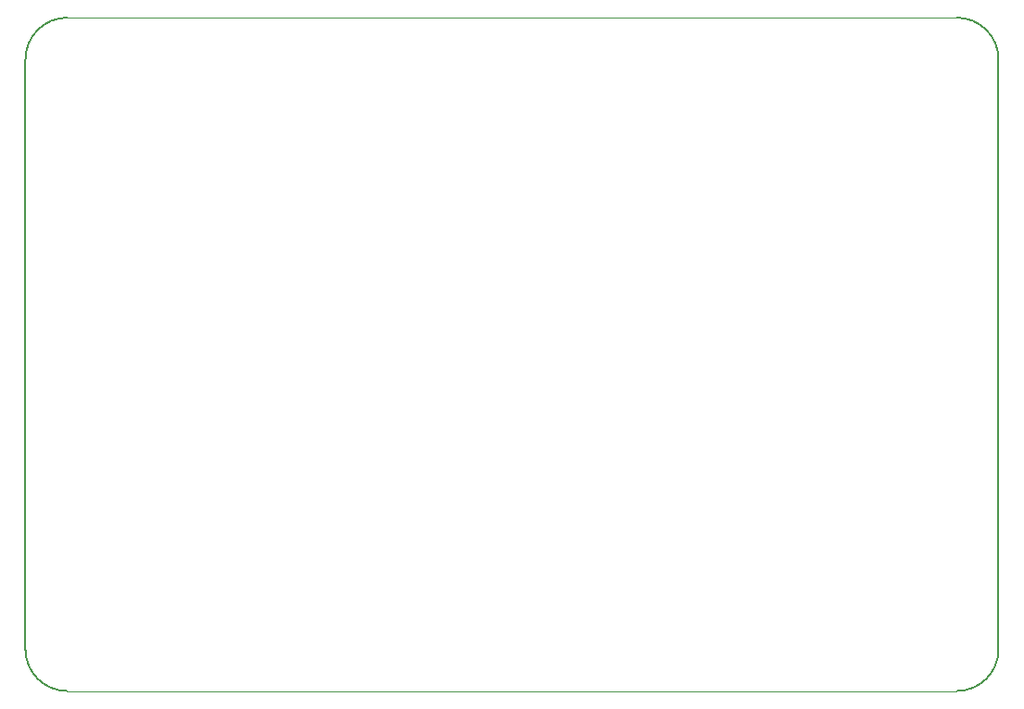
<source format=gbr>
%TF.GenerationSoftware,KiCad,Pcbnew,7.0.7*%
%TF.CreationDate,2023-09-30T12:21:39+02:00*%
%TF.ProjectId,LEDs,4c454473-2e6b-4696-9361-645f70636258,rev?*%
%TF.SameCoordinates,Original*%
%TF.FileFunction,Profile,NP*%
%FSLAX46Y46*%
G04 Gerber Fmt 4.6, Leading zero omitted, Abs format (unit mm)*
G04 Created by KiCad (PCBNEW 7.0.7) date 2023-09-30 12:21:39*
%MOMM*%
%LPD*%
G01*
G04 APERTURE LIST*
%TA.AperFunction,Profile*%
%ADD10C,0.200000*%
%TD*%
%TA.AperFunction,Profile*%
%ADD11C,0.100000*%
%TD*%
G04 APERTURE END LIST*
D10*
X143510000Y-133350000D02*
G75*
G03*
X147320000Y-129540000I0J3810000D01*
G01*
X58420000Y-129540000D02*
G75*
G03*
X62230000Y-133350000I3810000J0D01*
G01*
X62230000Y-71755000D02*
G75*
G03*
X58420000Y-75565000I0J-3810000D01*
G01*
D11*
X62230000Y-133350000D02*
X143510000Y-133350000D01*
D10*
X58420000Y-129540000D02*
X58420000Y-75565000D01*
X147320000Y-75565000D02*
G75*
G03*
X143510000Y-71755000I-3810000J0D01*
G01*
D11*
X143510000Y-71755000D02*
X62230000Y-71755000D01*
D10*
X147320000Y-129540000D02*
X147320000Y-75565000D01*
M02*

</source>
